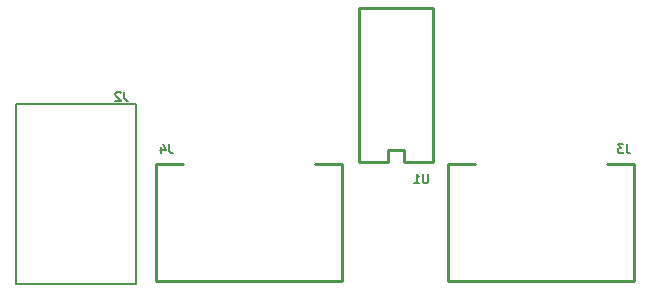
<source format=gbr>
G04 #@! TF.GenerationSoftware,KiCad,Pcbnew,5.0.2-bee76a0~70~ubuntu16.04.1*
G04 #@! TF.CreationDate,2019-08-01T21:54:42-04:00*
G04 #@! TF.ProjectId,Controller,436f6e74-726f-46c6-9c65-722e6b696361,rev?*
G04 #@! TF.SameCoordinates,PX5734380PY65bcec0*
G04 #@! TF.FileFunction,Legend,Bot*
G04 #@! TF.FilePolarity,Positive*
%FSLAX46Y46*%
G04 Gerber Fmt 4.6, Leading zero omitted, Abs format (unit mm)*
G04 Created by KiCad (PCBNEW 5.0.2-bee76a0~70~ubuntu16.04.1) date Thu 01 Aug 2019 09:54:42 PM EDT*
%MOMM*%
%LPD*%
G01*
G04 APERTURE LIST*
%ADD10C,0.150000*%
%ADD11C,0.254000*%
%ADD12C,0.152400*%
G04 APERTURE END LIST*
D10*
G04 #@! TO.C,J2*
X11430000Y-35560000D02*
X21590000Y-35560000D01*
X21590000Y-35560000D02*
X21590000Y-50800000D01*
X21590000Y-50800000D02*
X11430000Y-50800000D01*
X11430000Y-50800000D02*
X11430000Y-35560000D01*
D11*
G04 #@! TO.C,J3*
X63754000Y-40640000D02*
X61468000Y-40640000D01*
X63754000Y-50546000D02*
X63754000Y-40640000D01*
X48006000Y-50546000D02*
X63754000Y-50546000D01*
X48006000Y-40640000D02*
X48006000Y-50546000D01*
X50292000Y-40640000D02*
X48006000Y-40640000D01*
G04 #@! TO.C,J4*
X25527000Y-40640000D02*
X23241000Y-40640000D01*
X23241000Y-40640000D02*
X23241000Y-50546000D01*
X23241000Y-50546000D02*
X38989000Y-50546000D01*
X38989000Y-50546000D02*
X38989000Y-40640000D01*
X38989000Y-40640000D02*
X36703000Y-40640000D01*
G04 #@! TO.C,U1*
X44660820Y-40424100D02*
X44262040Y-40424100D01*
X44262040Y-40424100D02*
X44262040Y-39423340D01*
X44262040Y-39423340D02*
X42862500Y-39423340D01*
X42862500Y-39423340D02*
X42862500Y-40424100D01*
X42862500Y-40424100D02*
X42263060Y-40424100D01*
X46662340Y-40424100D02*
X44660820Y-40424100D01*
X44262040Y-40424100D02*
X44262040Y-39423340D01*
X42862500Y-39423340D02*
X42862500Y-40424100D01*
X42461180Y-40424100D02*
X40462200Y-40424100D01*
X40462200Y-40424100D02*
X40462200Y-27424380D01*
X40462200Y-27424380D02*
X46662340Y-27424380D01*
X46662340Y-27424380D02*
X46662340Y-40424100D01*
G04 #@! TO.C,J2*
D12*
X20574000Y-34507714D02*
X20574000Y-35052000D01*
X20610285Y-35160857D01*
X20682857Y-35233428D01*
X20791714Y-35269714D01*
X20864285Y-35269714D01*
X20247428Y-34580285D02*
X20211142Y-34544000D01*
X20138571Y-34507714D01*
X19957142Y-34507714D01*
X19884571Y-34544000D01*
X19848285Y-34580285D01*
X19812000Y-34652857D01*
X19812000Y-34725428D01*
X19848285Y-34834285D01*
X20283714Y-35269714D01*
X19812000Y-35269714D01*
G04 #@! TO.C,J3*
X63119000Y-38952714D02*
X63119000Y-39497000D01*
X63155285Y-39605857D01*
X63227857Y-39678428D01*
X63336714Y-39714714D01*
X63409285Y-39714714D01*
X62828714Y-38952714D02*
X62357000Y-38952714D01*
X62611000Y-39243000D01*
X62502142Y-39243000D01*
X62429571Y-39279285D01*
X62393285Y-39315571D01*
X62357000Y-39388142D01*
X62357000Y-39569571D01*
X62393285Y-39642142D01*
X62429571Y-39678428D01*
X62502142Y-39714714D01*
X62719857Y-39714714D01*
X62792428Y-39678428D01*
X62828714Y-39642142D01*
G04 #@! TO.C,J4*
X24384000Y-38952714D02*
X24384000Y-39497000D01*
X24420285Y-39605857D01*
X24492857Y-39678428D01*
X24601714Y-39714714D01*
X24674285Y-39714714D01*
X23694571Y-39206714D02*
X23694571Y-39714714D01*
X23876000Y-38916428D02*
X24057428Y-39460714D01*
X23585714Y-39460714D01*
G04 #@! TO.C,U1*
X46300571Y-41492714D02*
X46300571Y-42109571D01*
X46264285Y-42182142D01*
X46228000Y-42218428D01*
X46155428Y-42254714D01*
X46010285Y-42254714D01*
X45937714Y-42218428D01*
X45901428Y-42182142D01*
X45865142Y-42109571D01*
X45865142Y-41492714D01*
X45103142Y-42254714D02*
X45538571Y-42254714D01*
X45320857Y-42254714D02*
X45320857Y-41492714D01*
X45393428Y-41601571D01*
X45466000Y-41674142D01*
X45538571Y-41710428D01*
G04 #@! TD*
M02*

</source>
